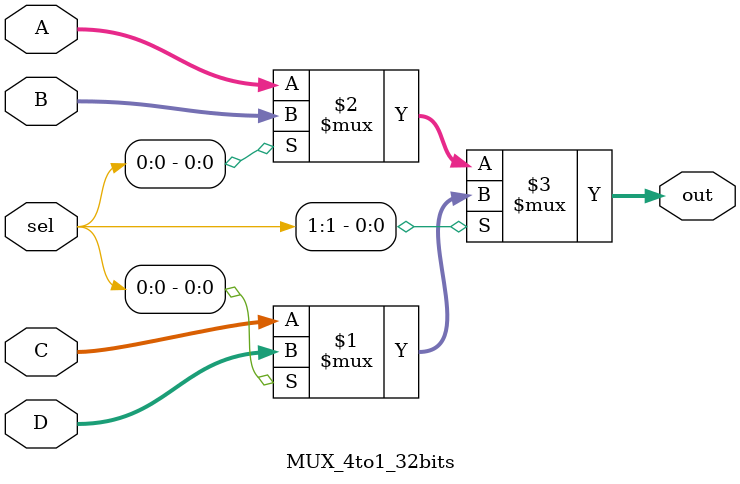
<source format=v>
module alu (instruction, regA, regB, result, flags);
    input [31:0] instruction, regA, regB; // addr of A is 00000, while that of B is 00001
    output [31:0] result;
    output [2:0] flags; // negative, overflow, zero

    reg [3:0] ALUctr;

    reg [4:0] rs, rt, /*rd,*/ shamt;
    reg [5:0] opcode, funct;
    reg [15:0] imm;
    reg [31:0] regA_in, regB_in;

    // unsign: we are doing unsigned computation
    // isxor: we are doing xor operation
    // isless: we are doing slt(i) operation
    reg unsign, isxor, isless, shift, arithm;
    reg [31:0] xor_result, shift_result;

    wire [31:0] result_alu;
    wire [2:0] flag_alu,flag_tmp;

    parameter and_op = 4'b0;
    parameter or_op = 4'b0001;
    parameter add_op = 4'b0010;
    parameter sub_op = 4'b0110;
    parameter slt_op = 4'b0111;
    parameter nor_op = 4'b1100;

    parameter xor_op = 4'b1000;

    /*
    Implementation of fetching and parsing instructions
    Decode and obtain ALUctr
    */
    always @(*) begin
        opcode = instruction [31:26];
        funct = instruction [5:0];
        rs = instruction [25:21];
        rt = instruction [20:16];
        //rd = instruction [15:11];
        shamt = instruction [10:6];
        imm = instruction [15:0];

        // Set flags
        unsign = 1'b0;
        isxor = 1'b0;
        isless = 1'b0;
        shift = 1'b0;
        arithm = 1'b0;

        regA_in = (rs[0]) ? regB : regA;
        regB_in = (rt[0]) ? regB : regA;

        // R type instruction
        if (opcode == 6'b0) begin
            // add
            if (funct == 6'b100000) begin
                ALUctr = add_op;
                arithm = 1'b1;
            end
            // addu
            else if (funct == 6'b100001) begin
                ALUctr = add_op;
                unsign = 1'b1;
                arithm = 1'b1;
            end
            // sub
            else if (funct == 6'b100010) begin
                ALUctr = sub_op;
                arithm = 1'b1;
            end
            // subu
            else if (funct == 6'b100011) begin
                ALUctr = sub_op;
                unsign = 1'b1;
                arithm = 1'b1;
            end
            // and
            else if (funct == 6'b100100) begin
                ALUctr = and_op;
            end
            // or
            else if (funct == 6'b100101) begin
                ALUctr = or_op;
            end
            // nor
            else if (funct == 6'b100111) begin
                ALUctr = nor_op;
            end
            // xor
            else if (funct == 6'b100110) begin
                isxor = 1'b1;
                xor_result = regA_in ^ regB_in;
                ALUctr = xor_op; // Add or other i wish
            end
            //slt
            else if (funct == 6'b101010) begin
                isless = 1'b1;
                arithm = 1'b1;
                ALUctr = slt_op;
            end
            // sltu
            else if (funct == 6'b101011) begin
                unsign = 1'b1;
                isless = 1'b1;
                arithm = 1'b1;
                ALUctr = slt_op;
            end
            // sll
            else if (funct == 6'b0) begin
                shift_result = regB_in << shamt;
                shift = 1'b1;
                unsign = 1'b1;
                ALUctr = 4'b0010; // r
            end
            // sllv
            else if (funct == 6'b000100) begin
                shift_result = regB_in << regA_in;
                shift = 1'b1;
                unsign = 1'b1; // for flag
                ALUctr = 4'b0010; // r
            end
            // srl
            else if (funct == 6'b000010) begin
                shift_result = regB_in >> shamt;
                shift = 1'b1;
                unsign = 1'b1;
                ALUctr = 4'b0010; // r
            end
            // srlv
            else if (funct == 6'b000110) begin
                shift_result = regB_in >> regA_in;
                shift = 1'b1;
                unsign = 1'b1;
                ALUctr = 4'b0010; // r
            end
            // sra
            else if (funct == 6'b000011) begin
                shift_result = regB_in >>> shamt;
                shift = 1'b1;
                //unsign = 1'b1;
                ALUctr = 4'b0010; // r
            end
            // srav
            else if (funct == 6'b000111) begin
                shift_result = regB_in >>> regA_in;
                shift = 1'b1;
                //unsign = 1'b1;
                ALUctr = 4'b0010; // r
            end
        end
        // I instructions
        // addi
        else if (opcode == 6'b001000) begin
            regB_in = {{16{imm[15]}}, imm};
            ALUctr = 4'b0010;
        end
        // addiu
        else if (opcode == 6'b001001) begin
            regB_in = {{16{1'b0}}, imm};
            ALUctr = 4'b0010;
            unsign = 1'b1;
        end
        // andi
        else if (opcode == 6'b001100) begin
            regB_in = {{16{imm[15]}}, imm};
            ALUctr = 4'b0;
        end
        // ori
        else if (opcode == 6'b001101) begin
            regB_in = {{16{imm[15]}}, imm};
            ALUctr = 4'b1;
        end
        // xori
        else if (opcode == 6'b001110) begin
            isxor = 1'b1;
            regB_in = {{16{imm[15]}}, imm};
            xor_result = regA_in ^ regB_in;
            ALUctr = xor_op; // Add or other i wish
        end
        // beq + bne
        else if (opcode == 6'b000100 || opcode == 6'b000101) begin
            arithm = 1'b1;
            ALUctr = sub_op;
        end
        // slti
        else if (opcode == 6'b001010) begin
            regB_in = {{16{imm[15]}}, imm};
            ALUctr = slt_op;
            isless = 1'b1;
            arithm = 1'b1;
        end
        // sltiu
        else if (opcode == 6'b001011) begin
            unsign = 1'b1;
            regB_in = {{16{1'b0}}, imm};
            ALUctr = slt_op;
            arithm = 1'b1;
            isless = 1'b1;
        end
        // lw + sw
        else if (opcode == 6'b100011 || opcode == 6'b101011) begin
            regB_in = {{16{imm[15]}}, imm};
            ALUctr = add_op;
        end
    end

    ALU_32bits EX (ALUctr, regA_in, regB_in, result_alu, 
                    flag_alu, unsign, isless);

    assign result =  (isxor) ? xor_result : (shift) ? shift_result
                        : (isless) ? (flag_alu[1]) ? 'b1 : 'b0
                        :result_alu;
    assign flag_tmp = (arithm) ? flag_alu : {flag_alu[2],{2{1'b0}}};
    // reverse
    assign flags = {flag_tmp[0],flag_tmp[1],flag_tmp[2]};
endmodule

module bit_ext (unextend,extended,sign);
    // Input 1 if it's sign extension, otherwise 0
    input [15:0] unextend;
    input sign;
    output [31:0] extended;
    assign extended = (sign) ? {{16{unextend[15]}}, unextend} : 
                            {{16{1'b0}},unextend};
endmodule

// Implements a 32-bit ALU
module ALU_32bits (ALU_op, regA, regB, Result, flag, unsign, isless);

    input [3:0] ALU_op;
    input [31:0] regA, regB;
    input unsign, isless;
    output [31:0] Result;
    output [2:0] flag;
    //output Cout;

    parameter p1 = 1'b0;
    parameter p2 = 1'b1;
    
    // result variables
    wire r0, r1, r2, r3, r4 ,r5 ,r6, r7, r8, r9,
        r10, r11, r12, r13, r14, r15, r16, r17, r18, r19,
        r20, r21, r22, r23, r24, r25, r26, r27, r28, r29,
        r30, r31;
    // carry-out variables
    wire c0, c1, c2, c3, c4 ,c5 ,c6, c7, c8, c9,
        c10, c11, c12, c13, c14, c15, c16, c17, c18, c19,
        c20, c21, c22, c23, c24, c25, c26, c27, c28, c29,
        c30;
    // Check if subtraction
    reg r; reg is_xor = 0;
    // Used for slt
    wire w_lb; reg [31:0] xor_res;
    // Implementation of 32-bit ALU
    always @(*) begin
        /*
        if (ALU_op == 4'b1000)
            is_xor = 1;
        */
        if (ALU_op == 4'b0110)
            r = p2;
        else if (ALU_op == 4'b0111)
            r = p2;
        else
            r = p1;
    end
    
    ALU_1bit A0 (ALU_op, regA[0], regB[0], p1, r, r0, c0);
    ALU_1bit A1 (ALU_op, regA[1], regB[1], p1, c0, r1, c1);
    ALU_1bit A2 (ALU_op, regA[2], regB[2], p1, c1, r2, c2);
    ALU_1bit A3 (ALU_op, regA[3], regB[3], p1, c2, r3, c3);
    ALU_1bit A4 (ALU_op, regA[4], regB[4], p1, c3, r4, c4);
    ALU_1bit A5 (ALU_op, regA[5], regB[5], p1, c4, r5, c5);
    ALU_1bit A6 (ALU_op, regA[6], regB[6], p1, c5, r6, c6);
    ALU_1bit A7 (ALU_op, regA[7], regB[7], p1, c6, r7, c7);
    ALU_1bit A8 (ALU_op, regA[8], regB[8], p1, c7, r8, c8);
    ALU_1bit A9 (ALU_op, regA[9], regB[9], p1, c8, r9, c9);
    ALU_1bit A10 (ALU_op, regA[10], regB[10], p1, c9, r10, c10);
    ALU_1bit A11 (ALU_op, regA[11], regB[11], p1, c10, r11, c11);
    ALU_1bit A12 (ALU_op, regA[12], regB[12], p1, c11, r12, c12);
    ALU_1bit A13 (ALU_op, regA[13], regB[13], p1, c12, r13, c13);
    ALU_1bit A14 (ALU_op, regA[14], regB[14], p1, c13, r14, c14);
    ALU_1bit A15 (ALU_op, regA[15], regB[15], p1, c14, r15, c15);
    ALU_1bit A16 (ALU_op, regA[16], regB[16], p1, c15, r16, c16);
    ALU_1bit A17 (ALU_op, regA[17], regB[17], p1, c16, r17, c17);
    ALU_1bit A18 (ALU_op, regA[18], regB[18], p1, c17, r18, c18);
    ALU_1bit A19 (ALU_op, regA[19], regB[19], p1, c18, r19, c19);
    ALU_1bit A20 (ALU_op, regA[20], regB[20], p1, c19, r20, c20);
    ALU_1bit A21 (ALU_op, regA[21], regB[21], p1, c20, r21, c21);
    ALU_1bit A22 (ALU_op, regA[22], regB[22], p1, c21, r22, c22);
    ALU_1bit A23 (ALU_op, regA[23], regB[23], p1, c22, r23, c23);
    ALU_1bit A24 (ALU_op, regA[24], regB[24], p1, c23, r24, c24);
    ALU_1bit A25 (ALU_op, regA[25], regB[25], p1, c24, r25, c25);
    ALU_1bit A26 (ALU_op, regA[26], regB[26], p1, c25, r26, c26);
    ALU_1bit A27 (ALU_op, regA[27], regB[27], p1, c26, r27, c27);
    ALU_1bit A28 (ALU_op, regA[28], regB[28], p1, c27, r28, c28);
    ALU_1bit A29 (ALU_op, regA[29], regB[29], p1, c28, r29, c29);
    ALU_1bit A30 (ALU_op, regA[30], regB[30], p1, c29, r30, c30);
    ALU_1bit_last A31 (ALU_op, regA[31], regB[31], p1, c30, r31, c31,w_lb);

    // If slt, we assin the first bit to be the last bit
    reg r_tmp;
    always @(*) begin
        if (ALU_op == 4'b0111)
            r_tmp = w_lb;
        else
            r_tmp = r0;
    end
    
    assign Result = (is_xor)? (regA ^ regB) :{r31, r30, r29, r28, r27 ,r26 ,r25, r24, r23,
        r22, r21, r20, r19, r18, r17, r16, r15, r14, r13,
        r12, r11, r10, r9, r8, r7, r6, r5, r4, r3, r2,
        r1, r_tmp};

    // Negative flag
    
    assign flag[1] = (unsign)? (isless)? ((c31)?
                1'b0 : ~w_lb) : 1'b0 : w_lb;

    // Zero flag
    assign flag[2] = ~(r_tmp|r1|r2|r3|r4|r5|r6|r7|r8|r9|r10|r11|r12|
                    r13|r14|r15|r16|r17|r18|r19|r20|r21|r22|r23|
                    r24|r25|r26|r27|r28|r29|r30|r31);
    // Overflow detection
    assign flag[0] = (unsign || is_xor) ? 1'b0 : c30 ^ c31;
endmodule

module ALU_1bit_last (ALU_ctr,a, b, less, cin,result,cout,a_out);
    input [3:0] ALU_ctr;
    input a, b, less, cin;
    output result,cout,a_out;
    wire [1:0] ain, bin;
    wire aout, bout;

    MUX_2to1 M0(a, ~a, ALU_ctr[3], aout);
    MUX_2to1 M1(b, ~b, ALU_ctr[2], bout);

    wire and_out, or_out, add_out;
    assign and_out = aout & bout;
    assign or_out = aout | bout;

    full_adder U0(aout, bout, cin, add_out, cout);
    assign a_out = add_out;
    MUX_4to1 M2(and_out, or_out, add_out, less, ALU_ctr[1:0], result);

endmodule

// Implements an 1-bit ALU

module ALU_1bit (ALU_ctr, a, b, less, cin, result, cout);
    input [3:0] ALU_ctr;
    input a, b, less, cin;
    output result,cout;
    wire [1:0] ain, bin;
    wire aout, bout;
    //assign ain[1] = a; assign ain[0] = ~a;
    //assign bin[1] = b; assign bin[0] = ~b;
    MUX_2to1 M0(a, ~a, ALU_ctr[3], aout);
    MUX_2to1 M1(b, ~b, ALU_ctr[2], bout);

    wire and_out, or_out, add_out;

    assign and_out = aout & bout;
    assign or_out = aout | bout;
    full_adder U0(aout, bout, cin, add_out, cout);

    MUX_4to1 M2(and_out, or_out, add_out, less, ALU_ctr[1:0], result);

endmodule

// Implements a full-adder
module full_adder(Ai, Bi, Ci, So, Co);
    input Ai, Bi, Ci;
    output So, Co;
    wire [1:0] N;

    assign N[1] = Ai ^ Bi;
    assign N[0] = Ai & Bi;

    assign So = N[1] ^ Ci;
    assign Co = (N[0]) | (Ci & (N[1]));

endmodule

// Implements 2-to-1 and 4-to-1 MUX
module MUX_2to1(A, B, sel, out);
    // sel = 0 -> A
    // sel = 1 -> B
    input A,B,sel;
    output out;
    assign out = sel ? B : A;
endmodule

module MUX_2to1_32bits(A, B, sel, out);
    // sel = 0 -> A
    // sel = 1 -> B
    input [31:0] A,B;
    input sel;
    output [31:0] out;
    assign out = sel ? B : A;
endmodule

module MUX_4to1 (A,B,C,D,sel,out);
    // sel = 00 -> A
    // sel = 01 -> B
    // sel = 10 -> C
    // sel = 11 -> D
    input A,B,C,D;
    input [1:0] sel;
    output out;
    assign out = sel[1] ? (sel[0] ? D : C) : sel[0] ? B : A;
endmodule

module MUX_4to1_32bits (A,B,C,D,sel,out);
    // sel = 00 -> A
    // sel = 01 -> B
    // sel = 10 -> C
    // sel = 11 -> D
    input [31:0] A,B,C,D;
    input [1:0] sel;
    output [31:0] out;
    assign out = sel[1] ? (sel[0] ? D : C) : sel[0] ? B : A;
endmodule
</source>
